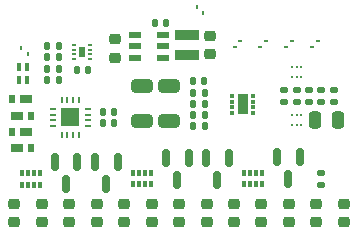
<source format=gtp>
G04 #@! TF.GenerationSoftware,KiCad,Pcbnew,9.0.0*
G04 #@! TF.CreationDate,2025-02-27T00:18:41-05:00*
G04 #@! TF.ProjectId,pico2-test-mule,7069636f-322d-4746-9573-742d6d756c65,v0.2.3*
G04 #@! TF.SameCoordinates,Original*
G04 #@! TF.FileFunction,Paste,Top*
G04 #@! TF.FilePolarity,Positive*
%FSLAX46Y46*%
G04 Gerber Fmt 4.6, Leading zero omitted, Abs format (unit mm)*
G04 Created by KiCad (PCBNEW 9.0.0) date 2025-02-27 00:18:41*
%MOMM*%
%LPD*%
G01*
G04 APERTURE LIST*
G04 Aperture macros list*
%AMRoundRect*
0 Rectangle with rounded corners*
0 $1 Rounding radius*
0 $2 $3 $4 $5 $6 $7 $8 $9 X,Y pos of 4 corners*
0 Add a 4 corners polygon primitive as box body*
4,1,4,$2,$3,$4,$5,$6,$7,$8,$9,$2,$3,0*
0 Add four circle primitives for the rounded corners*
1,1,$1+$1,$2,$3*
1,1,$1+$1,$4,$5*
1,1,$1+$1,$6,$7*
1,1,$1+$1,$8,$9*
0 Add four rect primitives between the rounded corners*
20,1,$1+$1,$2,$3,$4,$5,0*
20,1,$1+$1,$4,$5,$6,$7,0*
20,1,$1+$1,$6,$7,$8,$9,0*
20,1,$1+$1,$8,$9,$2,$3,0*%
G04 Aperture macros list end*
%ADD10R,2.000000X0.850000*%
%ADD11RoundRect,0.050000X0.050000X-0.050000X0.050000X0.050000X-0.050000X0.050000X-0.050000X-0.050000X0*%
%ADD12RoundRect,0.135000X0.185000X-0.135000X0.185000X0.135000X-0.185000X0.135000X-0.185000X-0.135000X0*%
%ADD13R,0.320000X0.500000*%
%ADD14RoundRect,0.218750X0.256250X-0.218750X0.256250X0.218750X-0.256250X0.218750X-0.256250X-0.218750X0*%
%ADD15RoundRect,0.140000X0.140000X0.170000X-0.140000X0.170000X-0.140000X-0.170000X0.140000X-0.170000X0*%
%ADD16RoundRect,0.150000X-0.150000X0.587500X-0.150000X-0.587500X0.150000X-0.587500X0.150000X0.587500X0*%
%ADD17R,0.100000X0.280000*%
%ADD18R,0.150000X0.350000*%
%ADD19RoundRect,0.140000X-0.140000X-0.170000X0.140000X-0.170000X0.140000X0.170000X-0.140000X0.170000X0*%
%ADD20R,0.400000X0.200000*%
%ADD21R,0.500000X0.900000*%
%ADD22RoundRect,0.135000X-0.185000X0.135000X-0.185000X-0.135000X0.185000X-0.135000X0.185000X0.135000X0*%
%ADD23R,1.010000X0.800000*%
%ADD24R,0.610000X0.800000*%
%ADD25RoundRect,0.135000X-0.135000X-0.185000X0.135000X-0.185000X0.135000X0.185000X-0.135000X0.185000X0*%
%ADD26RoundRect,0.250000X-0.650000X0.325000X-0.650000X-0.325000X0.650000X-0.325000X0.650000X0.325000X0*%
%ADD27RoundRect,0.135000X0.135000X0.185000X-0.135000X0.185000X-0.135000X-0.185000X0.135000X-0.185000X0*%
%ADD28RoundRect,0.250000X-0.250000X-0.475000X0.250000X-0.475000X0.250000X0.475000X-0.250000X0.475000X0*%
%ADD29RoundRect,0.225000X0.250000X-0.225000X0.250000X0.225000X-0.250000X0.225000X-0.250000X-0.225000X0*%
%ADD30RoundRect,0.050000X-0.050000X0.050000X-0.050000X-0.050000X0.050000X-0.050000X0.050000X0.050000X0*%
%ADD31R,0.400000X0.700000*%
%ADD32R,1.100000X0.550000*%
%ADD33R,0.250000X0.600000*%
%ADD34R,0.600000X0.250000*%
%ADD35R,1.500000X1.500000*%
%ADD36R,0.280000X0.100000*%
%ADD37R,0.350000X0.150000*%
%ADD38R,0.450000X0.300000*%
%ADD39R,0.900000X1.700000*%
G04 APERTURE END LIST*
D10*
G04 #@! TO.C,L1*
X19900000Y-26135000D03*
X19900000Y-24475000D03*
G04 #@! TD*
D11*
G04 #@! TO.C,Q9*
X28800000Y-28050000D03*
X29150000Y-28050000D03*
X29500000Y-28050000D03*
X29500000Y-27150000D03*
X29150000Y-27150000D03*
X28800000Y-27150000D03*
G04 #@! TD*
D12*
G04 #@! TO.C,R6*
X29150000Y-30110000D03*
X29150000Y-29090000D03*
G04 #@! TD*
G04 #@! TO.C,R5*
X28100000Y-30110000D03*
X28100000Y-29090000D03*
G04 #@! TD*
D13*
G04 #@! TO.C,RN2*
X16800000Y-36122500D03*
X16300000Y-36122500D03*
X15800000Y-36122500D03*
X15300000Y-36122500D03*
X15300000Y-37122500D03*
X15800000Y-37122500D03*
X16300000Y-37122500D03*
X16800000Y-37122500D03*
G04 #@! TD*
D14*
G04 #@! TO.C,D10*
X16875000Y-40322500D03*
X16875000Y-38747500D03*
G04 #@! TD*
G04 #@! TO.C,D14*
X23850000Y-40322500D03*
X23850000Y-38747500D03*
G04 #@! TD*
D15*
G04 #@! TO.C,C1*
X11480000Y-27450000D03*
X10520000Y-27450000D03*
G04 #@! TD*
D14*
G04 #@! TO.C,D9*
X14550000Y-40322500D03*
X14550000Y-38747500D03*
G04 #@! TD*
D16*
G04 #@! TO.C,Q8*
X29400000Y-34785000D03*
X27500000Y-34785000D03*
X28450000Y-36660000D03*
G04 #@! TD*
D17*
G04 #@! TO.C,Q1*
X20630000Y-22630000D03*
X20930000Y-22630000D03*
D18*
X21250000Y-22600000D03*
D17*
X21330000Y-22090000D03*
X21030000Y-22090000D03*
D18*
X20700000Y-22120000D03*
G04 #@! TD*
D19*
G04 #@! TO.C,C10*
X20370000Y-28400000D03*
X21330000Y-28400000D03*
G04 #@! TD*
D13*
G04 #@! TO.C,RN1*
X7400000Y-36135000D03*
X6900000Y-36135000D03*
X6400000Y-36135000D03*
X5900000Y-36135000D03*
X5900000Y-37135000D03*
X6400000Y-37135000D03*
X6900000Y-37135000D03*
X7400000Y-37135000D03*
G04 #@! TD*
D20*
G04 #@! TO.C,U1*
X11700000Y-26500000D03*
X11700000Y-26100000D03*
X11700000Y-25700000D03*
X11700000Y-25300000D03*
X10300000Y-25300000D03*
X10300000Y-25700000D03*
X10300000Y-26100000D03*
X10300000Y-26500000D03*
D21*
X11000000Y-25900000D03*
G04 #@! TD*
D22*
G04 #@! TO.C,R8*
X32300000Y-29090000D03*
X32300000Y-30110000D03*
G04 #@! TD*
D23*
G04 #@! TO.C,D2*
X5467500Y-34067500D03*
D24*
X6627500Y-34067500D03*
G04 #@! TD*
D23*
G04 #@! TO.C,D1*
X5467500Y-31292500D03*
D24*
X6627500Y-31292500D03*
G04 #@! TD*
D23*
G04 #@! TO.C,D8*
X6227500Y-32667500D03*
D24*
X5067500Y-32667500D03*
G04 #@! TD*
D13*
G04 #@! TO.C,RN3*
X26200000Y-36122500D03*
X25700000Y-36122500D03*
X25200000Y-36122500D03*
X24700000Y-36122500D03*
X24700000Y-37122500D03*
X25200000Y-37122500D03*
X25700000Y-37122500D03*
X26200000Y-37122500D03*
G04 #@! TD*
D25*
G04 #@! TO.C,R14*
X20340000Y-32200000D03*
X21360000Y-32200000D03*
G04 #@! TD*
D26*
G04 #@! TO.C,C8*
X18340000Y-28825000D03*
X18340000Y-31775000D03*
G04 #@! TD*
D22*
G04 #@! TO.C,R7*
X31250000Y-36125000D03*
X31250000Y-37145000D03*
G04 #@! TD*
D14*
G04 #@! TO.C,D11*
X19200000Y-40322500D03*
X19200000Y-38747500D03*
G04 #@! TD*
D27*
G04 #@! TO.C,R2*
X9070000Y-25400000D03*
X8050000Y-25400000D03*
G04 #@! TD*
D28*
G04 #@! TO.C,C6*
X30720000Y-31700000D03*
X32620000Y-31700000D03*
G04 #@! TD*
D14*
G04 #@! TO.C,D19*
X33150000Y-40322500D03*
X33150000Y-38747500D03*
G04 #@! TD*
D29*
G04 #@! TO.C,C4*
X21800000Y-26080000D03*
X21800000Y-24530000D03*
G04 #@! TD*
D30*
G04 #@! TO.C,Q7*
X29500000Y-31200000D03*
X29150000Y-31200000D03*
X28800000Y-31200000D03*
X28800000Y-32100000D03*
X29150000Y-32100000D03*
X29500000Y-32100000D03*
G04 #@! TD*
D25*
G04 #@! TO.C,R12*
X20340000Y-29350000D03*
X21360000Y-29350000D03*
G04 #@! TD*
D14*
G04 #@! TO.C,D5*
X9900000Y-40322500D03*
X9900000Y-38747500D03*
G04 #@! TD*
D25*
G04 #@! TO.C,R11*
X20340000Y-30300000D03*
X21360000Y-30300000D03*
G04 #@! TD*
D27*
G04 #@! TO.C,R4*
X9070000Y-27350000D03*
X8050000Y-27350000D03*
G04 #@! TD*
D16*
G04 #@! TO.C,Q3*
X14000000Y-35185000D03*
X12100000Y-35185000D03*
X13050000Y-37060000D03*
G04 #@! TD*
G04 #@! TO.C,Q5*
X20000000Y-34847500D03*
X18100000Y-34847500D03*
X19050000Y-36722500D03*
G04 #@! TD*
D14*
G04 #@! TO.C,D4*
X7575000Y-40322500D03*
X7575000Y-38747500D03*
G04 #@! TD*
D26*
G04 #@! TO.C,C5*
X16040000Y-28825000D03*
X16040000Y-31775000D03*
G04 #@! TD*
D14*
G04 #@! TO.C,D6*
X12225000Y-40322500D03*
X12225000Y-38747500D03*
G04 #@! TD*
D31*
G04 #@! TO.C,D13*
X6330000Y-28300000D03*
X5680000Y-28300000D03*
G04 #@! TD*
G04 #@! TO.C,D18*
X6330000Y-27150000D03*
X5680000Y-27150000D03*
G04 #@! TD*
D32*
G04 #@! TO.C,U2*
X15450000Y-24480000D03*
X15450000Y-25430000D03*
X15450000Y-26380000D03*
X17850000Y-26380000D03*
X17850000Y-25430000D03*
X17850000Y-24480000D03*
G04 #@! TD*
D33*
G04 #@! TO.C,U4*
X9250000Y-32950000D03*
X9750000Y-32950000D03*
X10250000Y-32950000D03*
X10750000Y-32950000D03*
D34*
X11500000Y-32200000D03*
X11500000Y-31700000D03*
X11500000Y-31200000D03*
X11500000Y-30700000D03*
D33*
X10750000Y-29950000D03*
X10250000Y-29950000D03*
X9750000Y-29950000D03*
X9250000Y-29950000D03*
D34*
X8500000Y-30700000D03*
X8500000Y-31200000D03*
X8500000Y-31700000D03*
X8500000Y-32200000D03*
D35*
X10000000Y-31450000D03*
G04 #@! TD*
D14*
G04 #@! TO.C,D16*
X28500000Y-40322500D03*
X28500000Y-38747500D03*
G04 #@! TD*
D19*
G04 #@! TO.C,C9*
X12750000Y-31900000D03*
X13710000Y-31900000D03*
G04 #@! TD*
D36*
G04 #@! TO.C,Q12*
X30970000Y-25570000D03*
X30970000Y-25270000D03*
D37*
X30940000Y-24950000D03*
D36*
X30430000Y-24870000D03*
X30430000Y-25170000D03*
D37*
X30460000Y-25500000D03*
G04 #@! TD*
D12*
G04 #@! TO.C,R9*
X30200000Y-30107500D03*
X30200000Y-29087500D03*
G04 #@! TD*
D25*
G04 #@! TO.C,R13*
X20340000Y-31250000D03*
X21360000Y-31250000D03*
G04 #@! TD*
G04 #@! TO.C,R1*
X8050000Y-26350000D03*
X9070000Y-26350000D03*
G04 #@! TD*
D15*
G04 #@! TO.C,C3*
X18130000Y-23455000D03*
X17170000Y-23455000D03*
G04 #@! TD*
D23*
G04 #@! TO.C,D7*
X6227500Y-29892500D03*
D24*
X5067500Y-29892500D03*
G04 #@! TD*
D29*
G04 #@! TO.C,C2*
X13750000Y-26375000D03*
X13750000Y-24825000D03*
G04 #@! TD*
D14*
G04 #@! TO.C,D17*
X30825000Y-40322500D03*
X30825000Y-38747500D03*
G04 #@! TD*
D27*
G04 #@! TO.C,R3*
X9070000Y-28300000D03*
X8050000Y-28300000D03*
G04 #@! TD*
D16*
G04 #@! TO.C,Q6*
X23400000Y-34847500D03*
X21500000Y-34847500D03*
X22450000Y-36722500D03*
G04 #@! TD*
D36*
G04 #@! TO.C,Q10*
X26029771Y-24870000D03*
X26029771Y-25170000D03*
D37*
X26059771Y-25490000D03*
D36*
X26569771Y-25570000D03*
X26569771Y-25270000D03*
D37*
X26539771Y-24940000D03*
G04 #@! TD*
D14*
G04 #@! TO.C,D3*
X5250000Y-40322500D03*
X5250000Y-38747500D03*
G04 #@! TD*
D19*
G04 #@! TO.C,C7*
X12750000Y-30950000D03*
X13710000Y-30950000D03*
G04 #@! TD*
D14*
G04 #@! TO.C,D12*
X21525000Y-40322500D03*
X21525000Y-38747500D03*
G04 #@! TD*
D16*
G04 #@! TO.C,Q2*
X10600000Y-35185000D03*
X8700000Y-35185000D03*
X9650000Y-37060000D03*
G04 #@! TD*
D36*
G04 #@! TO.C,Q13*
X28760000Y-25570000D03*
X28760000Y-25270000D03*
D37*
X28730000Y-24950000D03*
D36*
X28220000Y-24870000D03*
X28220000Y-25170000D03*
D37*
X28250000Y-25500000D03*
G04 #@! TD*
D22*
G04 #@! TO.C,R10*
X31250000Y-29090000D03*
X31250000Y-30110000D03*
G04 #@! TD*
D36*
G04 #@! TO.C,Q11*
X24420000Y-25570000D03*
X24420000Y-25270000D03*
D37*
X24390000Y-24950000D03*
D36*
X23880000Y-24870000D03*
X23880000Y-25170000D03*
D37*
X23910000Y-25500000D03*
G04 #@! TD*
D38*
G04 #@! TO.C,U5*
X25500000Y-31100000D03*
X25500000Y-30600000D03*
X25500000Y-30100000D03*
X25500000Y-29600000D03*
X23700000Y-29600000D03*
X23700000Y-30100000D03*
X23700000Y-30600000D03*
X23700000Y-31100000D03*
D39*
X24600000Y-30350000D03*
G04 #@! TD*
D17*
G04 #@! TO.C,Q4*
X6450000Y-25530000D03*
X6150000Y-25530000D03*
D18*
X5830000Y-25560000D03*
D17*
X5750000Y-26070000D03*
X6050000Y-26070000D03*
D18*
X6380000Y-26040000D03*
G04 #@! TD*
D14*
G04 #@! TO.C,D15*
X26175000Y-40322500D03*
X26175000Y-38747500D03*
G04 #@! TD*
M02*

</source>
